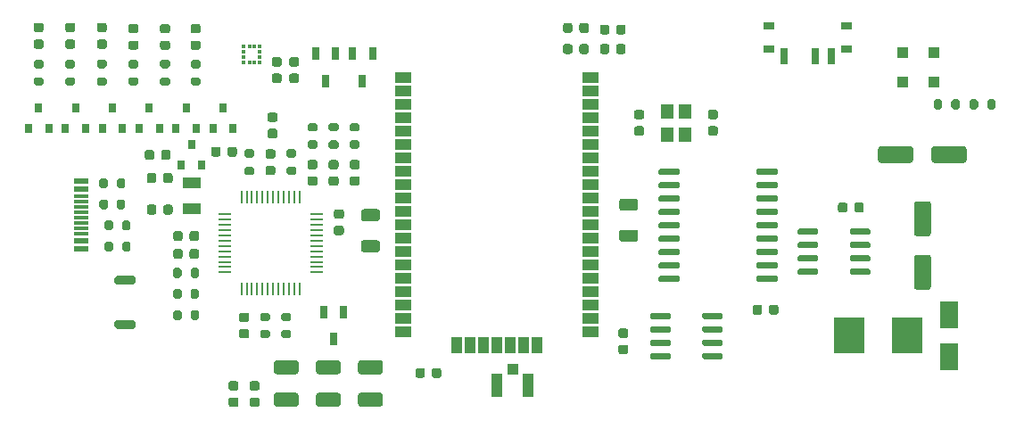
<source format=gbr>
%TF.GenerationSoftware,KiCad,Pcbnew,(5.1.10-1-10_14)*%
%TF.CreationDate,2021-07-19T22:49:48+10:00*%
%TF.ProjectId,samd21_gps_tracker,73616d64-3231-45f6-9770-735f74726163,rev?*%
%TF.SameCoordinates,Original*%
%TF.FileFunction,Paste,Bot*%
%TF.FilePolarity,Positive*%
%FSLAX46Y46*%
G04 Gerber Fmt 4.6, Leading zero omitted, Abs format (unit mm)*
G04 Created by KiCad (PCBNEW (5.1.10-1-10_14)) date 2021-07-19 22:49:48*
%MOMM*%
%LPD*%
G01*
G04 APERTURE LIST*
%ADD10R,1.450000X0.600000*%
%ADD11R,1.450000X0.300000*%
%ADD12R,1.524000X1.016000*%
%ADD13R,1.016000X1.524000*%
%ADD14R,1.050000X1.100000*%
%ADD15R,1.100000X2.250000*%
%ADD16R,1.800000X2.500000*%
%ADD17R,1.100000X1.100000*%
%ADD18R,2.950000X3.500000*%
%ADD19R,0.800000X0.900000*%
%ADD20R,0.650000X1.220000*%
%ADD21R,0.700000X1.500000*%
%ADD22R,1.000000X0.800000*%
%ADD23R,0.250000X1.300000*%
%ADD24R,1.300000X0.250000*%
%ADD25R,0.375000X0.350000*%
%ADD26R,0.350000X0.375000*%
%ADD27R,1.800000X1.000000*%
%ADD28R,1.200000X1.400000*%
G04 APERTURE END LIST*
D10*
%TO.C,J5*%
X145545000Y-53250000D03*
X145545000Y-54050000D03*
X145545000Y-58950000D03*
X145545000Y-59750000D03*
X145545000Y-59750000D03*
X145545000Y-58950000D03*
X145545000Y-54050000D03*
X145545000Y-53250000D03*
D11*
X145545000Y-58250000D03*
X145545000Y-57750000D03*
X145545000Y-57250000D03*
X145545000Y-56250000D03*
X145545000Y-55750000D03*
X145545000Y-55250000D03*
X145545000Y-54750000D03*
X145545000Y-56750000D03*
%TD*%
D12*
%TO.C,U5*%
X176110000Y-43435000D03*
X176110000Y-44705000D03*
X176110000Y-45975000D03*
X176110000Y-47245000D03*
X176110000Y-48515000D03*
X176110000Y-49785000D03*
X176110000Y-51055000D03*
X176110000Y-52325000D03*
X176110000Y-53595000D03*
X176110000Y-54865000D03*
X176110000Y-56135000D03*
X176110000Y-57405000D03*
X176110000Y-58675000D03*
X176110000Y-59945000D03*
X176110000Y-61215000D03*
X176110000Y-62485000D03*
X176110000Y-63755000D03*
X176110000Y-65025000D03*
X176110000Y-66295000D03*
X176110000Y-67565000D03*
D13*
X181190000Y-68835000D03*
X182460000Y-68835000D03*
X183730000Y-68835000D03*
X185000000Y-68835000D03*
X186270000Y-68835000D03*
X187540000Y-68835000D03*
X188810000Y-68835000D03*
D12*
X193890000Y-67565000D03*
X193890000Y-66295000D03*
X193890000Y-65025000D03*
X193890000Y-63755000D03*
X193890000Y-62485000D03*
X193890000Y-61215000D03*
X193890000Y-59945000D03*
X193890000Y-58675000D03*
X193890000Y-57405000D03*
X193890000Y-56135000D03*
X193890000Y-54865000D03*
X193890000Y-53595000D03*
X193890000Y-52325000D03*
X193890000Y-51055000D03*
X193890000Y-49785000D03*
X193890000Y-48515000D03*
X193890000Y-47245000D03*
X193890000Y-45975000D03*
X193890000Y-44705000D03*
X193890000Y-43435000D03*
%TD*%
D14*
%TO.C,J3*%
X186500000Y-71150000D03*
D15*
X187975000Y-72700000D03*
X185025000Y-72700000D03*
%TD*%
%TO.C,C1*%
G36*
G01*
X151775000Y-56250000D02*
X151775000Y-55750000D01*
G75*
G02*
X152000000Y-55525000I225000J0D01*
G01*
X152450000Y-55525000D01*
G75*
G02*
X152675000Y-55750000I0J-225000D01*
G01*
X152675000Y-56250000D01*
G75*
G02*
X152450000Y-56475000I-225000J0D01*
G01*
X152000000Y-56475000D01*
G75*
G02*
X151775000Y-56250000I0J225000D01*
G01*
G37*
G36*
G01*
X153325000Y-56250000D02*
X153325000Y-55750000D01*
G75*
G02*
X153550000Y-55525000I225000J0D01*
G01*
X154000000Y-55525000D01*
G75*
G02*
X154225000Y-55750000I0J-225000D01*
G01*
X154225000Y-56250000D01*
G75*
G02*
X154000000Y-56475000I-225000J0D01*
G01*
X153550000Y-56475000D01*
G75*
G02*
X153325000Y-56250000I0J225000D01*
G01*
G37*
%TD*%
%TO.C,C2*%
G36*
G01*
X152675000Y-52750000D02*
X152675000Y-53250000D01*
G75*
G02*
X152450000Y-53475000I-225000J0D01*
G01*
X152000000Y-53475000D01*
G75*
G02*
X151775000Y-53250000I0J225000D01*
G01*
X151775000Y-52750000D01*
G75*
G02*
X152000000Y-52525000I225000J0D01*
G01*
X152450000Y-52525000D01*
G75*
G02*
X152675000Y-52750000I0J-225000D01*
G01*
G37*
G36*
G01*
X154225000Y-52750000D02*
X154225000Y-53250000D01*
G75*
G02*
X154000000Y-53475000I-225000J0D01*
G01*
X153550000Y-53475000D01*
G75*
G02*
X153325000Y-53250000I0J225000D01*
G01*
X153325000Y-52750000D01*
G75*
G02*
X153550000Y-52525000I225000J0D01*
G01*
X154000000Y-52525000D01*
G75*
G02*
X154225000Y-52750000I0J-225000D01*
G01*
G37*
%TD*%
%TO.C,C3*%
G36*
G01*
X155175000Y-58250000D02*
X155175000Y-58750000D01*
G75*
G02*
X154950000Y-58975000I-225000J0D01*
G01*
X154500000Y-58975000D01*
G75*
G02*
X154275000Y-58750000I0J225000D01*
G01*
X154275000Y-58250000D01*
G75*
G02*
X154500000Y-58025000I225000J0D01*
G01*
X154950000Y-58025000D01*
G75*
G02*
X155175000Y-58250000I0J-225000D01*
G01*
G37*
G36*
G01*
X156725000Y-58250000D02*
X156725000Y-58750000D01*
G75*
G02*
X156500000Y-58975000I-225000J0D01*
G01*
X156050000Y-58975000D01*
G75*
G02*
X155825000Y-58750000I0J225000D01*
G01*
X155825000Y-58250000D01*
G75*
G02*
X156050000Y-58025000I225000J0D01*
G01*
X156500000Y-58025000D01*
G75*
G02*
X156725000Y-58250000I0J-225000D01*
G01*
G37*
%TD*%
%TO.C,C4*%
G36*
G01*
X155175000Y-59950000D02*
X155175000Y-60450000D01*
G75*
G02*
X154950000Y-60675000I-225000J0D01*
G01*
X154500000Y-60675000D01*
G75*
G02*
X154275000Y-60450000I0J225000D01*
G01*
X154275000Y-59950000D01*
G75*
G02*
X154500000Y-59725000I225000J0D01*
G01*
X154950000Y-59725000D01*
G75*
G02*
X155175000Y-59950000I0J-225000D01*
G01*
G37*
G36*
G01*
X156725000Y-59950000D02*
X156725000Y-60450000D01*
G75*
G02*
X156500000Y-60675000I-225000J0D01*
G01*
X156050000Y-60675000D01*
G75*
G02*
X155825000Y-60450000I0J225000D01*
G01*
X155825000Y-59950000D01*
G75*
G02*
X156050000Y-59725000I225000J0D01*
G01*
X156500000Y-59725000D01*
G75*
G02*
X156725000Y-59950000I0J-225000D01*
G01*
G37*
%TD*%
%TO.C,C5*%
G36*
G01*
X218275000Y-55550000D02*
X218275000Y-56050000D01*
G75*
G02*
X218050000Y-56275000I-225000J0D01*
G01*
X217600000Y-56275000D01*
G75*
G02*
X217375000Y-56050000I0J225000D01*
G01*
X217375000Y-55550000D01*
G75*
G02*
X217600000Y-55325000I225000J0D01*
G01*
X218050000Y-55325000D01*
G75*
G02*
X218275000Y-55550000I0J-225000D01*
G01*
G37*
G36*
G01*
X219825000Y-55550000D02*
X219825000Y-56050000D01*
G75*
G02*
X219600000Y-56275000I-225000J0D01*
G01*
X219150000Y-56275000D01*
G75*
G02*
X218925000Y-56050000I0J225000D01*
G01*
X218925000Y-55550000D01*
G75*
G02*
X219150000Y-55325000I225000J0D01*
G01*
X219600000Y-55325000D01*
G75*
G02*
X219825000Y-55550000I0J-225000D01*
G01*
G37*
%TD*%
%TO.C,C6*%
G36*
G01*
X224505000Y-50220000D02*
X224505000Y-51320000D01*
G75*
G02*
X224255000Y-51570000I-250000J0D01*
G01*
X221430000Y-51570000D01*
G75*
G02*
X221180000Y-51320000I0J250000D01*
G01*
X221180000Y-50220000D01*
G75*
G02*
X221430000Y-49970000I250000J0D01*
G01*
X224255000Y-49970000D01*
G75*
G02*
X224505000Y-50220000I0J-250000D01*
G01*
G37*
G36*
G01*
X229580000Y-50220000D02*
X229580000Y-51320000D01*
G75*
G02*
X229330000Y-51570000I-250000J0D01*
G01*
X226505000Y-51570000D01*
G75*
G02*
X226255000Y-51320000I0J250000D01*
G01*
X226255000Y-50220000D01*
G75*
G02*
X226505000Y-49970000I250000J0D01*
G01*
X229330000Y-49970000D01*
G75*
G02*
X229580000Y-50220000I0J-250000D01*
G01*
G37*
%TD*%
%TO.C,C7*%
G36*
G01*
X225950000Y-63600000D02*
X224850000Y-63600000D01*
G75*
G02*
X224600000Y-63350000I0J250000D01*
G01*
X224600000Y-60525000D01*
G75*
G02*
X224850000Y-60275000I250000J0D01*
G01*
X225950000Y-60275000D01*
G75*
G02*
X226200000Y-60525000I0J-250000D01*
G01*
X226200000Y-63350000D01*
G75*
G02*
X225950000Y-63600000I-250000J0D01*
G01*
G37*
G36*
G01*
X225950000Y-58525000D02*
X224850000Y-58525000D01*
G75*
G02*
X224600000Y-58275000I0J250000D01*
G01*
X224600000Y-55450000D01*
G75*
G02*
X224850000Y-55200000I250000J0D01*
G01*
X225950000Y-55200000D01*
G75*
G02*
X226200000Y-55450000I0J-250000D01*
G01*
X226200000Y-58275000D01*
G75*
G02*
X225950000Y-58525000I-250000J0D01*
G01*
G37*
%TD*%
%TO.C,C8*%
G36*
G01*
X160750000Y-67325000D02*
X161250000Y-67325000D01*
G75*
G02*
X161475000Y-67550000I0J-225000D01*
G01*
X161475000Y-68000000D01*
G75*
G02*
X161250000Y-68225000I-225000J0D01*
G01*
X160750000Y-68225000D01*
G75*
G02*
X160525000Y-68000000I0J225000D01*
G01*
X160525000Y-67550000D01*
G75*
G02*
X160750000Y-67325000I225000J0D01*
G01*
G37*
G36*
G01*
X160750000Y-65775000D02*
X161250000Y-65775000D01*
G75*
G02*
X161475000Y-66000000I0J-225000D01*
G01*
X161475000Y-66450000D01*
G75*
G02*
X161250000Y-66675000I-225000J0D01*
G01*
X160750000Y-66675000D01*
G75*
G02*
X160525000Y-66450000I0J225000D01*
G01*
X160525000Y-66000000D01*
G75*
G02*
X160750000Y-65775000I225000J0D01*
G01*
G37*
%TD*%
%TO.C,C9*%
G36*
G01*
X163950000Y-49225000D02*
X163450000Y-49225000D01*
G75*
G02*
X163225000Y-49000000I0J225000D01*
G01*
X163225000Y-48550000D01*
G75*
G02*
X163450000Y-48325000I225000J0D01*
G01*
X163950000Y-48325000D01*
G75*
G02*
X164175000Y-48550000I0J-225000D01*
G01*
X164175000Y-49000000D01*
G75*
G02*
X163950000Y-49225000I-225000J0D01*
G01*
G37*
G36*
G01*
X163950000Y-47675000D02*
X163450000Y-47675000D01*
G75*
G02*
X163225000Y-47450000I0J225000D01*
G01*
X163225000Y-47000000D01*
G75*
G02*
X163450000Y-46775000I225000J0D01*
G01*
X163950000Y-46775000D01*
G75*
G02*
X164175000Y-47000000I0J-225000D01*
G01*
X164175000Y-47450000D01*
G75*
G02*
X163950000Y-47675000I-225000J0D01*
G01*
G37*
%TD*%
%TO.C,C10*%
G36*
G01*
X211725000Y-65250000D02*
X211725000Y-65750000D01*
G75*
G02*
X211500000Y-65975000I-225000J0D01*
G01*
X211050000Y-65975000D01*
G75*
G02*
X210825000Y-65750000I0J225000D01*
G01*
X210825000Y-65250000D01*
G75*
G02*
X211050000Y-65025000I225000J0D01*
G01*
X211500000Y-65025000D01*
G75*
G02*
X211725000Y-65250000I0J-225000D01*
G01*
G37*
G36*
G01*
X210175000Y-65250000D02*
X210175000Y-65750000D01*
G75*
G02*
X209950000Y-65975000I-225000J0D01*
G01*
X209500000Y-65975000D01*
G75*
G02*
X209275000Y-65750000I0J225000D01*
G01*
X209275000Y-65250000D01*
G75*
G02*
X209500000Y-65025000I225000J0D01*
G01*
X209950000Y-65025000D01*
G75*
G02*
X210175000Y-65250000I0J-225000D01*
G01*
G37*
%TD*%
%TO.C,C11*%
G36*
G01*
X205250000Y-46525000D02*
X205750000Y-46525000D01*
G75*
G02*
X205975000Y-46750000I0J-225000D01*
G01*
X205975000Y-47200000D01*
G75*
G02*
X205750000Y-47425000I-225000J0D01*
G01*
X205250000Y-47425000D01*
G75*
G02*
X205025000Y-47200000I0J225000D01*
G01*
X205025000Y-46750000D01*
G75*
G02*
X205250000Y-46525000I225000J0D01*
G01*
G37*
G36*
G01*
X205250000Y-48075000D02*
X205750000Y-48075000D01*
G75*
G02*
X205975000Y-48300000I0J-225000D01*
G01*
X205975000Y-48750000D01*
G75*
G02*
X205750000Y-48975000I-225000J0D01*
G01*
X205250000Y-48975000D01*
G75*
G02*
X205025000Y-48750000I0J225000D01*
G01*
X205025000Y-48300000D01*
G75*
G02*
X205250000Y-48075000I225000J0D01*
G01*
G37*
%TD*%
%TO.C,C12*%
G36*
G01*
X198750000Y-48975000D02*
X198250000Y-48975000D01*
G75*
G02*
X198025000Y-48750000I0J225000D01*
G01*
X198025000Y-48300000D01*
G75*
G02*
X198250000Y-48075000I225000J0D01*
G01*
X198750000Y-48075000D01*
G75*
G02*
X198975000Y-48300000I0J-225000D01*
G01*
X198975000Y-48750000D01*
G75*
G02*
X198750000Y-48975000I-225000J0D01*
G01*
G37*
G36*
G01*
X198750000Y-47425000D02*
X198250000Y-47425000D01*
G75*
G02*
X198025000Y-47200000I0J225000D01*
G01*
X198025000Y-46750000D01*
G75*
G02*
X198250000Y-46525000I225000J0D01*
G01*
X198750000Y-46525000D01*
G75*
G02*
X198975000Y-46750000I0J-225000D01*
G01*
X198975000Y-47200000D01*
G75*
G02*
X198750000Y-47425000I-225000J0D01*
G01*
G37*
%TD*%
%TO.C,C13*%
G36*
G01*
X173650001Y-57100000D02*
X172349999Y-57100000D01*
G75*
G02*
X172100000Y-56850001I0J249999D01*
G01*
X172100000Y-56199999D01*
G75*
G02*
X172349999Y-55950000I249999J0D01*
G01*
X173650001Y-55950000D01*
G75*
G02*
X173900000Y-56199999I0J-249999D01*
G01*
X173900000Y-56850001D01*
G75*
G02*
X173650001Y-57100000I-249999J0D01*
G01*
G37*
G36*
G01*
X173650001Y-60050000D02*
X172349999Y-60050000D01*
G75*
G02*
X172100000Y-59800001I0J249999D01*
G01*
X172100000Y-59149999D01*
G75*
G02*
X172349999Y-58900000I249999J0D01*
G01*
X173650001Y-58900000D01*
G75*
G02*
X173900000Y-59149999I0J-249999D01*
G01*
X173900000Y-59800001D01*
G75*
G02*
X173650001Y-60050000I-249999J0D01*
G01*
G37*
%TD*%
%TO.C,C14*%
G36*
G01*
X196325000Y-39150000D02*
X196325000Y-38650000D01*
G75*
G02*
X196550000Y-38425000I225000J0D01*
G01*
X197000000Y-38425000D01*
G75*
G02*
X197225000Y-38650000I0J-225000D01*
G01*
X197225000Y-39150000D01*
G75*
G02*
X197000000Y-39375000I-225000J0D01*
G01*
X196550000Y-39375000D01*
G75*
G02*
X196325000Y-39150000I0J225000D01*
G01*
G37*
G36*
G01*
X194775000Y-39150000D02*
X194775000Y-38650000D01*
G75*
G02*
X195000000Y-38425000I225000J0D01*
G01*
X195450000Y-38425000D01*
G75*
G02*
X195675000Y-38650000I0J-225000D01*
G01*
X195675000Y-39150000D01*
G75*
G02*
X195450000Y-39375000I-225000J0D01*
G01*
X195000000Y-39375000D01*
G75*
G02*
X194775000Y-39150000I0J225000D01*
G01*
G37*
%TD*%
%TO.C,C15*%
G36*
G01*
X193725000Y-38500000D02*
X193725000Y-39000000D01*
G75*
G02*
X193500000Y-39225000I-225000J0D01*
G01*
X193050000Y-39225000D01*
G75*
G02*
X192825000Y-39000000I0J225000D01*
G01*
X192825000Y-38500000D01*
G75*
G02*
X193050000Y-38275000I225000J0D01*
G01*
X193500000Y-38275000D01*
G75*
G02*
X193725000Y-38500000I0J-225000D01*
G01*
G37*
G36*
G01*
X192175000Y-38500000D02*
X192175000Y-39000000D01*
G75*
G02*
X191950000Y-39225000I-225000J0D01*
G01*
X191500000Y-39225000D01*
G75*
G02*
X191275000Y-39000000I0J225000D01*
G01*
X191275000Y-38500000D01*
G75*
G02*
X191500000Y-38275000I225000J0D01*
G01*
X191950000Y-38275000D01*
G75*
G02*
X192175000Y-38500000I0J-225000D01*
G01*
G37*
%TD*%
%TO.C,C16*%
G36*
G01*
X196750000Y-68825000D02*
X197250000Y-68825000D01*
G75*
G02*
X197475000Y-69050000I0J-225000D01*
G01*
X197475000Y-69500000D01*
G75*
G02*
X197250000Y-69725000I-225000J0D01*
G01*
X196750000Y-69725000D01*
G75*
G02*
X196525000Y-69500000I0J225000D01*
G01*
X196525000Y-69050000D01*
G75*
G02*
X196750000Y-68825000I225000J0D01*
G01*
G37*
G36*
G01*
X196750000Y-67275000D02*
X197250000Y-67275000D01*
G75*
G02*
X197475000Y-67500000I0J-225000D01*
G01*
X197475000Y-67950000D01*
G75*
G02*
X197250000Y-68175000I-225000J0D01*
G01*
X196750000Y-68175000D01*
G75*
G02*
X196525000Y-67950000I0J225000D01*
G01*
X196525000Y-67500000D01*
G75*
G02*
X196750000Y-67275000I225000J0D01*
G01*
G37*
%TD*%
%TO.C,C17*%
G36*
G01*
X198150001Y-59050000D02*
X196849999Y-59050000D01*
G75*
G02*
X196600000Y-58800001I0J249999D01*
G01*
X196600000Y-58149999D01*
G75*
G02*
X196849999Y-57900000I249999J0D01*
G01*
X198150001Y-57900000D01*
G75*
G02*
X198400000Y-58149999I0J-249999D01*
G01*
X198400000Y-58800001D01*
G75*
G02*
X198150001Y-59050000I-249999J0D01*
G01*
G37*
G36*
G01*
X198150001Y-56100000D02*
X196849999Y-56100000D01*
G75*
G02*
X196600000Y-55850001I0J249999D01*
G01*
X196600000Y-55199999D01*
G75*
G02*
X196849999Y-54950000I249999J0D01*
G01*
X198150001Y-54950000D01*
G75*
G02*
X198400000Y-55199999I0J-249999D01*
G01*
X198400000Y-55850001D01*
G75*
G02*
X198150001Y-56100000I-249999J0D01*
G01*
G37*
%TD*%
%TO.C,C18*%
G36*
G01*
X196325000Y-41000000D02*
X196325000Y-40500000D01*
G75*
G02*
X196550000Y-40275000I225000J0D01*
G01*
X197000000Y-40275000D01*
G75*
G02*
X197225000Y-40500000I0J-225000D01*
G01*
X197225000Y-41000000D01*
G75*
G02*
X197000000Y-41225000I-225000J0D01*
G01*
X196550000Y-41225000D01*
G75*
G02*
X196325000Y-41000000I0J225000D01*
G01*
G37*
G36*
G01*
X194775000Y-41000000D02*
X194775000Y-40500000D01*
G75*
G02*
X195000000Y-40275000I225000J0D01*
G01*
X195450000Y-40275000D01*
G75*
G02*
X195675000Y-40500000I0J-225000D01*
G01*
X195675000Y-41000000D01*
G75*
G02*
X195450000Y-41225000I-225000J0D01*
G01*
X195000000Y-41225000D01*
G75*
G02*
X194775000Y-41000000I0J225000D01*
G01*
G37*
%TD*%
%TO.C,C19*%
G36*
G01*
X192175000Y-40500000D02*
X192175000Y-41000000D01*
G75*
G02*
X191950000Y-41225000I-225000J0D01*
G01*
X191500000Y-41225000D01*
G75*
G02*
X191275000Y-41000000I0J225000D01*
G01*
X191275000Y-40500000D01*
G75*
G02*
X191500000Y-40275000I225000J0D01*
G01*
X191950000Y-40275000D01*
G75*
G02*
X192175000Y-40500000I0J-225000D01*
G01*
G37*
G36*
G01*
X193725000Y-40500000D02*
X193725000Y-41000000D01*
G75*
G02*
X193500000Y-41225000I-225000J0D01*
G01*
X193050000Y-41225000D01*
G75*
G02*
X192825000Y-41000000I0J225000D01*
G01*
X192825000Y-40500000D01*
G75*
G02*
X193050000Y-40275000I225000J0D01*
G01*
X193500000Y-40275000D01*
G75*
G02*
X193725000Y-40500000I0J-225000D01*
G01*
G37*
%TD*%
%TO.C,C20*%
G36*
G01*
X165500000Y-41525000D02*
X166000000Y-41525000D01*
G75*
G02*
X166225000Y-41750000I0J-225000D01*
G01*
X166225000Y-42200000D01*
G75*
G02*
X166000000Y-42425000I-225000J0D01*
G01*
X165500000Y-42425000D01*
G75*
G02*
X165275000Y-42200000I0J225000D01*
G01*
X165275000Y-41750000D01*
G75*
G02*
X165500000Y-41525000I225000J0D01*
G01*
G37*
G36*
G01*
X165500000Y-43075000D02*
X166000000Y-43075000D01*
G75*
G02*
X166225000Y-43300000I0J-225000D01*
G01*
X166225000Y-43750000D01*
G75*
G02*
X166000000Y-43975000I-225000J0D01*
G01*
X165500000Y-43975000D01*
G75*
G02*
X165275000Y-43750000I0J225000D01*
G01*
X165275000Y-43300000D01*
G75*
G02*
X165500000Y-43075000I225000J0D01*
G01*
G37*
%TD*%
%TO.C,C21*%
G36*
G01*
X163850000Y-43075000D02*
X164350000Y-43075000D01*
G75*
G02*
X164575000Y-43300000I0J-225000D01*
G01*
X164575000Y-43750000D01*
G75*
G02*
X164350000Y-43975000I-225000J0D01*
G01*
X163850000Y-43975000D01*
G75*
G02*
X163625000Y-43750000I0J225000D01*
G01*
X163625000Y-43300000D01*
G75*
G02*
X163850000Y-43075000I225000J0D01*
G01*
G37*
G36*
G01*
X163850000Y-41525000D02*
X164350000Y-41525000D01*
G75*
G02*
X164575000Y-41750000I0J-225000D01*
G01*
X164575000Y-42200000D01*
G75*
G02*
X164350000Y-42425000I-225000J0D01*
G01*
X163850000Y-42425000D01*
G75*
G02*
X163625000Y-42200000I0J225000D01*
G01*
X163625000Y-41750000D01*
G75*
G02*
X163850000Y-41525000I225000J0D01*
G01*
G37*
%TD*%
%TO.C,C22*%
G36*
G01*
X171250000Y-51275000D02*
X171750000Y-51275000D01*
G75*
G02*
X171975000Y-51500000I0J-225000D01*
G01*
X171975000Y-51950000D01*
G75*
G02*
X171750000Y-52175000I-225000J0D01*
G01*
X171250000Y-52175000D01*
G75*
G02*
X171025000Y-51950000I0J225000D01*
G01*
X171025000Y-51500000D01*
G75*
G02*
X171250000Y-51275000I225000J0D01*
G01*
G37*
G36*
G01*
X171250000Y-52825000D02*
X171750000Y-52825000D01*
G75*
G02*
X171975000Y-53050000I0J-225000D01*
G01*
X171975000Y-53500000D01*
G75*
G02*
X171750000Y-53725000I-225000J0D01*
G01*
X171250000Y-53725000D01*
G75*
G02*
X171025000Y-53500000I0J225000D01*
G01*
X171025000Y-53050000D01*
G75*
G02*
X171250000Y-52825000I225000J0D01*
G01*
G37*
%TD*%
%TO.C,C23*%
G36*
G01*
X169250000Y-51275000D02*
X169750000Y-51275000D01*
G75*
G02*
X169975000Y-51500000I0J-225000D01*
G01*
X169975000Y-51950000D01*
G75*
G02*
X169750000Y-52175000I-225000J0D01*
G01*
X169250000Y-52175000D01*
G75*
G02*
X169025000Y-51950000I0J225000D01*
G01*
X169025000Y-51500000D01*
G75*
G02*
X169250000Y-51275000I225000J0D01*
G01*
G37*
G36*
G01*
X169250000Y-52825000D02*
X169750000Y-52825000D01*
G75*
G02*
X169975000Y-53050000I0J-225000D01*
G01*
X169975000Y-53500000D01*
G75*
G02*
X169750000Y-53725000I-225000J0D01*
G01*
X169250000Y-53725000D01*
G75*
G02*
X169025000Y-53500000I0J225000D01*
G01*
X169025000Y-53050000D01*
G75*
G02*
X169250000Y-52825000I225000J0D01*
G01*
G37*
%TD*%
%TO.C,C24*%
G36*
G01*
X167250000Y-51275000D02*
X167750000Y-51275000D01*
G75*
G02*
X167975000Y-51500000I0J-225000D01*
G01*
X167975000Y-51950000D01*
G75*
G02*
X167750000Y-52175000I-225000J0D01*
G01*
X167250000Y-52175000D01*
G75*
G02*
X167025000Y-51950000I0J225000D01*
G01*
X167025000Y-51500000D01*
G75*
G02*
X167250000Y-51275000I225000J0D01*
G01*
G37*
G36*
G01*
X167250000Y-52825000D02*
X167750000Y-52825000D01*
G75*
G02*
X167975000Y-53050000I0J-225000D01*
G01*
X167975000Y-53500000D01*
G75*
G02*
X167750000Y-53725000I-225000J0D01*
G01*
X167250000Y-53725000D01*
G75*
G02*
X167025000Y-53500000I0J225000D01*
G01*
X167025000Y-53050000D01*
G75*
G02*
X167250000Y-52825000I225000J0D01*
G01*
G37*
%TD*%
%TO.C,C25*%
G36*
G01*
X177275000Y-71750000D02*
X177275000Y-71250000D01*
G75*
G02*
X177500000Y-71025000I225000J0D01*
G01*
X177950000Y-71025000D01*
G75*
G02*
X178175000Y-71250000I0J-225000D01*
G01*
X178175000Y-71750000D01*
G75*
G02*
X177950000Y-71975000I-225000J0D01*
G01*
X177500000Y-71975000D01*
G75*
G02*
X177275000Y-71750000I0J225000D01*
G01*
G37*
G36*
G01*
X178825000Y-71750000D02*
X178825000Y-71250000D01*
G75*
G02*
X179050000Y-71025000I225000J0D01*
G01*
X179500000Y-71025000D01*
G75*
G02*
X179725000Y-71250000I0J-225000D01*
G01*
X179725000Y-71750000D01*
G75*
G02*
X179500000Y-71975000I-225000J0D01*
G01*
X179050000Y-71975000D01*
G75*
G02*
X178825000Y-71750000I0J225000D01*
G01*
G37*
%TD*%
%TO.C,C26*%
G36*
G01*
X159750000Y-72275000D02*
X160250000Y-72275000D01*
G75*
G02*
X160475000Y-72500000I0J-225000D01*
G01*
X160475000Y-72950000D01*
G75*
G02*
X160250000Y-73175000I-225000J0D01*
G01*
X159750000Y-73175000D01*
G75*
G02*
X159525000Y-72950000I0J225000D01*
G01*
X159525000Y-72500000D01*
G75*
G02*
X159750000Y-72275000I225000J0D01*
G01*
G37*
G36*
G01*
X159750000Y-73825000D02*
X160250000Y-73825000D01*
G75*
G02*
X160475000Y-74050000I0J-225000D01*
G01*
X160475000Y-74500000D01*
G75*
G02*
X160250000Y-74725000I-225000J0D01*
G01*
X159750000Y-74725000D01*
G75*
G02*
X159525000Y-74500000I0J225000D01*
G01*
X159525000Y-74050000D01*
G75*
G02*
X159750000Y-73825000I225000J0D01*
G01*
G37*
%TD*%
%TO.C,C27*%
G36*
G01*
X161750000Y-73825000D02*
X162250000Y-73825000D01*
G75*
G02*
X162475000Y-74050000I0J-225000D01*
G01*
X162475000Y-74500000D01*
G75*
G02*
X162250000Y-74725000I-225000J0D01*
G01*
X161750000Y-74725000D01*
G75*
G02*
X161525000Y-74500000I0J225000D01*
G01*
X161525000Y-74050000D01*
G75*
G02*
X161750000Y-73825000I225000J0D01*
G01*
G37*
G36*
G01*
X161750000Y-72275000D02*
X162250000Y-72275000D01*
G75*
G02*
X162475000Y-72500000I0J-225000D01*
G01*
X162475000Y-72950000D01*
G75*
G02*
X162250000Y-73175000I-225000J0D01*
G01*
X161750000Y-73175000D01*
G75*
G02*
X161525000Y-72950000I0J225000D01*
G01*
X161525000Y-72500000D01*
G75*
G02*
X161750000Y-72275000I225000J0D01*
G01*
G37*
%TD*%
%TO.C,C28*%
G36*
G01*
X164074998Y-70300000D02*
X165925002Y-70300000D01*
G75*
G02*
X166175000Y-70549998I0J-249998D01*
G01*
X166175000Y-71375002D01*
G75*
G02*
X165925002Y-71625000I-249998J0D01*
G01*
X164074998Y-71625000D01*
G75*
G02*
X163825000Y-71375002I0J249998D01*
G01*
X163825000Y-70549998D01*
G75*
G02*
X164074998Y-70300000I249998J0D01*
G01*
G37*
G36*
G01*
X164074998Y-73375000D02*
X165925002Y-73375000D01*
G75*
G02*
X166175000Y-73624998I0J-249998D01*
G01*
X166175000Y-74450002D01*
G75*
G02*
X165925002Y-74700000I-249998J0D01*
G01*
X164074998Y-74700000D01*
G75*
G02*
X163825000Y-74450002I0J249998D01*
G01*
X163825000Y-73624998D01*
G75*
G02*
X164074998Y-73375000I249998J0D01*
G01*
G37*
%TD*%
%TO.C,C29*%
G36*
G01*
X168074998Y-73375000D02*
X169925002Y-73375000D01*
G75*
G02*
X170175000Y-73624998I0J-249998D01*
G01*
X170175000Y-74450002D01*
G75*
G02*
X169925002Y-74700000I-249998J0D01*
G01*
X168074998Y-74700000D01*
G75*
G02*
X167825000Y-74450002I0J249998D01*
G01*
X167825000Y-73624998D01*
G75*
G02*
X168074998Y-73375000I249998J0D01*
G01*
G37*
G36*
G01*
X168074998Y-70300000D02*
X169925002Y-70300000D01*
G75*
G02*
X170175000Y-70549998I0J-249998D01*
G01*
X170175000Y-71375002D01*
G75*
G02*
X169925002Y-71625000I-249998J0D01*
G01*
X168074998Y-71625000D01*
G75*
G02*
X167825000Y-71375002I0J249998D01*
G01*
X167825000Y-70549998D01*
G75*
G02*
X168074998Y-70300000I249998J0D01*
G01*
G37*
%TD*%
%TO.C,C30*%
G36*
G01*
X172074998Y-70300000D02*
X173925002Y-70300000D01*
G75*
G02*
X174175000Y-70549998I0J-249998D01*
G01*
X174175000Y-71375002D01*
G75*
G02*
X173925002Y-71625000I-249998J0D01*
G01*
X172074998Y-71625000D01*
G75*
G02*
X171825000Y-71375002I0J249998D01*
G01*
X171825000Y-70549998D01*
G75*
G02*
X172074998Y-70300000I249998J0D01*
G01*
G37*
G36*
G01*
X172074998Y-73375000D02*
X173925002Y-73375000D01*
G75*
G02*
X174175000Y-73624998I0J-249998D01*
G01*
X174175000Y-74450002D01*
G75*
G02*
X173925002Y-74700000I-249998J0D01*
G01*
X172074998Y-74700000D01*
G75*
G02*
X171825000Y-74450002I0J249998D01*
G01*
X171825000Y-73624998D01*
G75*
G02*
X172074998Y-73375000I249998J0D01*
G01*
G37*
%TD*%
%TO.C,D1*%
G36*
G01*
X141756250Y-40725000D02*
X141243750Y-40725000D01*
G75*
G02*
X141025000Y-40506250I0J218750D01*
G01*
X141025000Y-40068750D01*
G75*
G02*
X141243750Y-39850000I218750J0D01*
G01*
X141756250Y-39850000D01*
G75*
G02*
X141975000Y-40068750I0J-218750D01*
G01*
X141975000Y-40506250D01*
G75*
G02*
X141756250Y-40725000I-218750J0D01*
G01*
G37*
G36*
G01*
X141756250Y-39150000D02*
X141243750Y-39150000D01*
G75*
G02*
X141025000Y-38931250I0J218750D01*
G01*
X141025000Y-38493750D01*
G75*
G02*
X141243750Y-38275000I218750J0D01*
G01*
X141756250Y-38275000D01*
G75*
G02*
X141975000Y-38493750I0J-218750D01*
G01*
X141975000Y-38931250D01*
G75*
G02*
X141756250Y-39150000I-218750J0D01*
G01*
G37*
%TD*%
%TO.C,D2*%
G36*
G01*
X144756250Y-40725000D02*
X144243750Y-40725000D01*
G75*
G02*
X144025000Y-40506250I0J218750D01*
G01*
X144025000Y-40068750D01*
G75*
G02*
X144243750Y-39850000I218750J0D01*
G01*
X144756250Y-39850000D01*
G75*
G02*
X144975000Y-40068750I0J-218750D01*
G01*
X144975000Y-40506250D01*
G75*
G02*
X144756250Y-40725000I-218750J0D01*
G01*
G37*
G36*
G01*
X144756250Y-39150000D02*
X144243750Y-39150000D01*
G75*
G02*
X144025000Y-38931250I0J218750D01*
G01*
X144025000Y-38493750D01*
G75*
G02*
X144243750Y-38275000I218750J0D01*
G01*
X144756250Y-38275000D01*
G75*
G02*
X144975000Y-38493750I0J-218750D01*
G01*
X144975000Y-38931250D01*
G75*
G02*
X144756250Y-39150000I-218750J0D01*
G01*
G37*
%TD*%
D16*
%TO.C,D3*%
X227900000Y-70000000D03*
X227900000Y-66000000D03*
%TD*%
%TO.C,D4*%
G36*
G01*
X147756250Y-39150000D02*
X147243750Y-39150000D01*
G75*
G02*
X147025000Y-38931250I0J218750D01*
G01*
X147025000Y-38493750D01*
G75*
G02*
X147243750Y-38275000I218750J0D01*
G01*
X147756250Y-38275000D01*
G75*
G02*
X147975000Y-38493750I0J-218750D01*
G01*
X147975000Y-38931250D01*
G75*
G02*
X147756250Y-39150000I-218750J0D01*
G01*
G37*
G36*
G01*
X147756250Y-40725000D02*
X147243750Y-40725000D01*
G75*
G02*
X147025000Y-40506250I0J218750D01*
G01*
X147025000Y-40068750D01*
G75*
G02*
X147243750Y-39850000I218750J0D01*
G01*
X147756250Y-39850000D01*
G75*
G02*
X147975000Y-40068750I0J-218750D01*
G01*
X147975000Y-40506250D01*
G75*
G02*
X147756250Y-40725000I-218750J0D01*
G01*
G37*
%TD*%
%TO.C,D5*%
G36*
G01*
X150756250Y-40825000D02*
X150243750Y-40825000D01*
G75*
G02*
X150025000Y-40606250I0J218750D01*
G01*
X150025000Y-40168750D01*
G75*
G02*
X150243750Y-39950000I218750J0D01*
G01*
X150756250Y-39950000D01*
G75*
G02*
X150975000Y-40168750I0J-218750D01*
G01*
X150975000Y-40606250D01*
G75*
G02*
X150756250Y-40825000I-218750J0D01*
G01*
G37*
G36*
G01*
X150756250Y-39250000D02*
X150243750Y-39250000D01*
G75*
G02*
X150025000Y-39031250I0J218750D01*
G01*
X150025000Y-38593750D01*
G75*
G02*
X150243750Y-38375000I218750J0D01*
G01*
X150756250Y-38375000D01*
G75*
G02*
X150975000Y-38593750I0J-218750D01*
G01*
X150975000Y-39031250D01*
G75*
G02*
X150756250Y-39250000I-218750J0D01*
G01*
G37*
%TD*%
%TO.C,D6*%
G36*
G01*
X153756250Y-39250000D02*
X153243750Y-39250000D01*
G75*
G02*
X153025000Y-39031250I0J218750D01*
G01*
X153025000Y-38593750D01*
G75*
G02*
X153243750Y-38375000I218750J0D01*
G01*
X153756250Y-38375000D01*
G75*
G02*
X153975000Y-38593750I0J-218750D01*
G01*
X153975000Y-39031250D01*
G75*
G02*
X153756250Y-39250000I-218750J0D01*
G01*
G37*
G36*
G01*
X153756250Y-40825000D02*
X153243750Y-40825000D01*
G75*
G02*
X153025000Y-40606250I0J218750D01*
G01*
X153025000Y-40168750D01*
G75*
G02*
X153243750Y-39950000I218750J0D01*
G01*
X153756250Y-39950000D01*
G75*
G02*
X153975000Y-40168750I0J-218750D01*
G01*
X153975000Y-40606250D01*
G75*
G02*
X153756250Y-40825000I-218750J0D01*
G01*
G37*
%TD*%
D17*
%TO.C,D7*%
X226500000Y-41100000D03*
X226500000Y-43900000D03*
%TD*%
%TO.C,D8*%
X223500000Y-43900000D03*
X223500000Y-41100000D03*
%TD*%
%TO.C,FB1*%
G36*
G01*
X163756250Y-52725000D02*
X163243750Y-52725000D01*
G75*
G02*
X163025000Y-52506250I0J218750D01*
G01*
X163025000Y-52068750D01*
G75*
G02*
X163243750Y-51850000I218750J0D01*
G01*
X163756250Y-51850000D01*
G75*
G02*
X163975000Y-52068750I0J-218750D01*
G01*
X163975000Y-52506250D01*
G75*
G02*
X163756250Y-52725000I-218750J0D01*
G01*
G37*
G36*
G01*
X163756250Y-51150000D02*
X163243750Y-51150000D01*
G75*
G02*
X163025000Y-50931250I0J218750D01*
G01*
X163025000Y-50493750D01*
G75*
G02*
X163243750Y-50275000I218750J0D01*
G01*
X163756250Y-50275000D01*
G75*
G02*
X163975000Y-50493750I0J-218750D01*
G01*
X163975000Y-50931250D01*
G75*
G02*
X163756250Y-51150000I-218750J0D01*
G01*
G37*
%TD*%
D18*
%TO.C,L1*%
X218475000Y-67900000D03*
X223925000Y-67900000D03*
%TD*%
D19*
%TO.C,Q1*%
X142450000Y-48300000D03*
X140550000Y-48300000D03*
X141500000Y-46300000D03*
%TD*%
%TO.C,Q2*%
X145950000Y-48300000D03*
X144050000Y-48300000D03*
X145000000Y-46300000D03*
%TD*%
%TO.C,Q3*%
X148500000Y-46300000D03*
X147550000Y-48300000D03*
X149450000Y-48300000D03*
%TD*%
%TO.C,Q4*%
X152950000Y-48300000D03*
X151050000Y-48300000D03*
X152000000Y-46300000D03*
%TD*%
%TO.C,Q5*%
X155500000Y-46300000D03*
X154550000Y-48300000D03*
X156450000Y-48300000D03*
%TD*%
D20*
%TO.C,Q6*%
X172250000Y-43810000D03*
X173200000Y-41190000D03*
X171300000Y-41190000D03*
%TD*%
%TO.C,Q7*%
X167800000Y-41190000D03*
X169700000Y-41190000D03*
X168750000Y-43810000D03*
%TD*%
%TO.C,Q8*%
X168550000Y-65690000D03*
X170450000Y-65690000D03*
X169500000Y-68310000D03*
%TD*%
%TO.C,R1*%
G36*
G01*
X165275000Y-66575000D02*
X164725000Y-66575000D01*
G75*
G02*
X164525000Y-66375000I0J200000D01*
G01*
X164525000Y-65975000D01*
G75*
G02*
X164725000Y-65775000I200000J0D01*
G01*
X165275000Y-65775000D01*
G75*
G02*
X165475000Y-65975000I0J-200000D01*
G01*
X165475000Y-66375000D01*
G75*
G02*
X165275000Y-66575000I-200000J0D01*
G01*
G37*
G36*
G01*
X165275000Y-68225000D02*
X164725000Y-68225000D01*
G75*
G02*
X164525000Y-68025000I0J200000D01*
G01*
X164525000Y-67625000D01*
G75*
G02*
X164725000Y-67425000I200000J0D01*
G01*
X165275000Y-67425000D01*
G75*
G02*
X165475000Y-67625000I0J-200000D01*
G01*
X165475000Y-68025000D01*
G75*
G02*
X165275000Y-68225000I-200000J0D01*
G01*
G37*
%TD*%
%TO.C,R2*%
G36*
G01*
X163275000Y-68225000D02*
X162725000Y-68225000D01*
G75*
G02*
X162525000Y-68025000I0J200000D01*
G01*
X162525000Y-67625000D01*
G75*
G02*
X162725000Y-67425000I200000J0D01*
G01*
X163275000Y-67425000D01*
G75*
G02*
X163475000Y-67625000I0J-200000D01*
G01*
X163475000Y-68025000D01*
G75*
G02*
X163275000Y-68225000I-200000J0D01*
G01*
G37*
G36*
G01*
X163275000Y-66575000D02*
X162725000Y-66575000D01*
G75*
G02*
X162525000Y-66375000I0J200000D01*
G01*
X162525000Y-65975000D01*
G75*
G02*
X162725000Y-65775000I200000J0D01*
G01*
X163275000Y-65775000D01*
G75*
G02*
X163475000Y-65975000I0J-200000D01*
G01*
X163475000Y-66375000D01*
G75*
G02*
X163275000Y-66575000I-200000J0D01*
G01*
G37*
%TD*%
%TO.C,R3*%
G36*
G01*
X156725000Y-65725000D02*
X156725000Y-66275000D01*
G75*
G02*
X156525000Y-66475000I-200000J0D01*
G01*
X156125000Y-66475000D01*
G75*
G02*
X155925000Y-66275000I0J200000D01*
G01*
X155925000Y-65725000D01*
G75*
G02*
X156125000Y-65525000I200000J0D01*
G01*
X156525000Y-65525000D01*
G75*
G02*
X156725000Y-65725000I0J-200000D01*
G01*
G37*
G36*
G01*
X155075000Y-65725000D02*
X155075000Y-66275000D01*
G75*
G02*
X154875000Y-66475000I-200000J0D01*
G01*
X154475000Y-66475000D01*
G75*
G02*
X154275000Y-66275000I0J200000D01*
G01*
X154275000Y-65725000D01*
G75*
G02*
X154475000Y-65525000I200000J0D01*
G01*
X154875000Y-65525000D01*
G75*
G02*
X155075000Y-65725000I0J-200000D01*
G01*
G37*
%TD*%
%TO.C,R4*%
G36*
G01*
X141225000Y-43425000D02*
X141775000Y-43425000D01*
G75*
G02*
X141975000Y-43625000I0J-200000D01*
G01*
X141975000Y-44025000D01*
G75*
G02*
X141775000Y-44225000I-200000J0D01*
G01*
X141225000Y-44225000D01*
G75*
G02*
X141025000Y-44025000I0J200000D01*
G01*
X141025000Y-43625000D01*
G75*
G02*
X141225000Y-43425000I200000J0D01*
G01*
G37*
G36*
G01*
X141225000Y-41775000D02*
X141775000Y-41775000D01*
G75*
G02*
X141975000Y-41975000I0J-200000D01*
G01*
X141975000Y-42375000D01*
G75*
G02*
X141775000Y-42575000I-200000J0D01*
G01*
X141225000Y-42575000D01*
G75*
G02*
X141025000Y-42375000I0J200000D01*
G01*
X141025000Y-41975000D01*
G75*
G02*
X141225000Y-41775000I200000J0D01*
G01*
G37*
%TD*%
%TO.C,R5*%
G36*
G01*
X144225000Y-43425000D02*
X144775000Y-43425000D01*
G75*
G02*
X144975000Y-43625000I0J-200000D01*
G01*
X144975000Y-44025000D01*
G75*
G02*
X144775000Y-44225000I-200000J0D01*
G01*
X144225000Y-44225000D01*
G75*
G02*
X144025000Y-44025000I0J200000D01*
G01*
X144025000Y-43625000D01*
G75*
G02*
X144225000Y-43425000I200000J0D01*
G01*
G37*
G36*
G01*
X144225000Y-41775000D02*
X144775000Y-41775000D01*
G75*
G02*
X144975000Y-41975000I0J-200000D01*
G01*
X144975000Y-42375000D01*
G75*
G02*
X144775000Y-42575000I-200000J0D01*
G01*
X144225000Y-42575000D01*
G75*
G02*
X144025000Y-42375000I0J200000D01*
G01*
X144025000Y-41975000D01*
G75*
G02*
X144225000Y-41775000I200000J0D01*
G01*
G37*
%TD*%
%TO.C,R6*%
G36*
G01*
X154275000Y-64275000D02*
X154275000Y-63725000D01*
G75*
G02*
X154475000Y-63525000I200000J0D01*
G01*
X154875000Y-63525000D01*
G75*
G02*
X155075000Y-63725000I0J-200000D01*
G01*
X155075000Y-64275000D01*
G75*
G02*
X154875000Y-64475000I-200000J0D01*
G01*
X154475000Y-64475000D01*
G75*
G02*
X154275000Y-64275000I0J200000D01*
G01*
G37*
G36*
G01*
X155925000Y-64275000D02*
X155925000Y-63725000D01*
G75*
G02*
X156125000Y-63525000I200000J0D01*
G01*
X156525000Y-63525000D01*
G75*
G02*
X156725000Y-63725000I0J-200000D01*
G01*
X156725000Y-64275000D01*
G75*
G02*
X156525000Y-64475000I-200000J0D01*
G01*
X156125000Y-64475000D01*
G75*
G02*
X155925000Y-64275000I0J200000D01*
G01*
G37*
%TD*%
%TO.C,R7*%
G36*
G01*
X155925000Y-62275000D02*
X155925000Y-61725000D01*
G75*
G02*
X156125000Y-61525000I200000J0D01*
G01*
X156525000Y-61525000D01*
G75*
G02*
X156725000Y-61725000I0J-200000D01*
G01*
X156725000Y-62275000D01*
G75*
G02*
X156525000Y-62475000I-200000J0D01*
G01*
X156125000Y-62475000D01*
G75*
G02*
X155925000Y-62275000I0J200000D01*
G01*
G37*
G36*
G01*
X154275000Y-62275000D02*
X154275000Y-61725000D01*
G75*
G02*
X154475000Y-61525000I200000J0D01*
G01*
X154875000Y-61525000D01*
G75*
G02*
X155075000Y-61725000I0J-200000D01*
G01*
X155075000Y-62275000D01*
G75*
G02*
X154875000Y-62475000I-200000J0D01*
G01*
X154475000Y-62475000D01*
G75*
G02*
X154275000Y-62275000I0J200000D01*
G01*
G37*
%TD*%
%TO.C,R8*%
G36*
G01*
X147225000Y-41775000D02*
X147775000Y-41775000D01*
G75*
G02*
X147975000Y-41975000I0J-200000D01*
G01*
X147975000Y-42375000D01*
G75*
G02*
X147775000Y-42575000I-200000J0D01*
G01*
X147225000Y-42575000D01*
G75*
G02*
X147025000Y-42375000I0J200000D01*
G01*
X147025000Y-41975000D01*
G75*
G02*
X147225000Y-41775000I200000J0D01*
G01*
G37*
G36*
G01*
X147225000Y-43425000D02*
X147775000Y-43425000D01*
G75*
G02*
X147975000Y-43625000I0J-200000D01*
G01*
X147975000Y-44025000D01*
G75*
G02*
X147775000Y-44225000I-200000J0D01*
G01*
X147225000Y-44225000D01*
G75*
G02*
X147025000Y-44025000I0J200000D01*
G01*
X147025000Y-43625000D01*
G75*
G02*
X147225000Y-43425000I200000J0D01*
G01*
G37*
%TD*%
%TO.C,R9*%
G36*
G01*
X150225000Y-43425000D02*
X150775000Y-43425000D01*
G75*
G02*
X150975000Y-43625000I0J-200000D01*
G01*
X150975000Y-44025000D01*
G75*
G02*
X150775000Y-44225000I-200000J0D01*
G01*
X150225000Y-44225000D01*
G75*
G02*
X150025000Y-44025000I0J200000D01*
G01*
X150025000Y-43625000D01*
G75*
G02*
X150225000Y-43425000I200000J0D01*
G01*
G37*
G36*
G01*
X150225000Y-41775000D02*
X150775000Y-41775000D01*
G75*
G02*
X150975000Y-41975000I0J-200000D01*
G01*
X150975000Y-42375000D01*
G75*
G02*
X150775000Y-42575000I-200000J0D01*
G01*
X150225000Y-42575000D01*
G75*
G02*
X150025000Y-42375000I0J200000D01*
G01*
X150025000Y-41975000D01*
G75*
G02*
X150225000Y-41775000I200000J0D01*
G01*
G37*
%TD*%
%TO.C,R10*%
G36*
G01*
X153225000Y-41775000D02*
X153775000Y-41775000D01*
G75*
G02*
X153975000Y-41975000I0J-200000D01*
G01*
X153975000Y-42375000D01*
G75*
G02*
X153775000Y-42575000I-200000J0D01*
G01*
X153225000Y-42575000D01*
G75*
G02*
X153025000Y-42375000I0J200000D01*
G01*
X153025000Y-41975000D01*
G75*
G02*
X153225000Y-41775000I200000J0D01*
G01*
G37*
G36*
G01*
X153225000Y-43425000D02*
X153775000Y-43425000D01*
G75*
G02*
X153975000Y-43625000I0J-200000D01*
G01*
X153975000Y-44025000D01*
G75*
G02*
X153775000Y-44225000I-200000J0D01*
G01*
X153225000Y-44225000D01*
G75*
G02*
X153025000Y-44025000I0J200000D01*
G01*
X153025000Y-43625000D01*
G75*
G02*
X153225000Y-43425000I200000J0D01*
G01*
G37*
%TD*%
%TO.C,R11*%
G36*
G01*
X161225000Y-51925000D02*
X161775000Y-51925000D01*
G75*
G02*
X161975000Y-52125000I0J-200000D01*
G01*
X161975000Y-52525000D01*
G75*
G02*
X161775000Y-52725000I-200000J0D01*
G01*
X161225000Y-52725000D01*
G75*
G02*
X161025000Y-52525000I0J200000D01*
G01*
X161025000Y-52125000D01*
G75*
G02*
X161225000Y-51925000I200000J0D01*
G01*
G37*
G36*
G01*
X161225000Y-50275000D02*
X161775000Y-50275000D01*
G75*
G02*
X161975000Y-50475000I0J-200000D01*
G01*
X161975000Y-50875000D01*
G75*
G02*
X161775000Y-51075000I-200000J0D01*
G01*
X161225000Y-51075000D01*
G75*
G02*
X161025000Y-50875000I0J200000D01*
G01*
X161025000Y-50475000D01*
G75*
G02*
X161225000Y-50275000I200000J0D01*
G01*
G37*
%TD*%
%TO.C,R12*%
G36*
G01*
X165225000Y-50275000D02*
X165775000Y-50275000D01*
G75*
G02*
X165975000Y-50475000I0J-200000D01*
G01*
X165975000Y-50875000D01*
G75*
G02*
X165775000Y-51075000I-200000J0D01*
G01*
X165225000Y-51075000D01*
G75*
G02*
X165025000Y-50875000I0J200000D01*
G01*
X165025000Y-50475000D01*
G75*
G02*
X165225000Y-50275000I200000J0D01*
G01*
G37*
G36*
G01*
X165225000Y-51925000D02*
X165775000Y-51925000D01*
G75*
G02*
X165975000Y-52125000I0J-200000D01*
G01*
X165975000Y-52525000D01*
G75*
G02*
X165775000Y-52725000I-200000J0D01*
G01*
X165225000Y-52725000D01*
G75*
G02*
X165025000Y-52525000I0J200000D01*
G01*
X165025000Y-52125000D01*
G75*
G02*
X165225000Y-51925000I200000J0D01*
G01*
G37*
%TD*%
%TO.C,R13*%
G36*
G01*
X171775000Y-50225000D02*
X171225000Y-50225000D01*
G75*
G02*
X171025000Y-50025000I0J200000D01*
G01*
X171025000Y-49625000D01*
G75*
G02*
X171225000Y-49425000I200000J0D01*
G01*
X171775000Y-49425000D01*
G75*
G02*
X171975000Y-49625000I0J-200000D01*
G01*
X171975000Y-50025000D01*
G75*
G02*
X171775000Y-50225000I-200000J0D01*
G01*
G37*
G36*
G01*
X171775000Y-48575000D02*
X171225000Y-48575000D01*
G75*
G02*
X171025000Y-48375000I0J200000D01*
G01*
X171025000Y-47975000D01*
G75*
G02*
X171225000Y-47775000I200000J0D01*
G01*
X171775000Y-47775000D01*
G75*
G02*
X171975000Y-47975000I0J-200000D01*
G01*
X171975000Y-48375000D01*
G75*
G02*
X171775000Y-48575000I-200000J0D01*
G01*
G37*
%TD*%
%TO.C,R14*%
G36*
G01*
X169775000Y-48575000D02*
X169225000Y-48575000D01*
G75*
G02*
X169025000Y-48375000I0J200000D01*
G01*
X169025000Y-47975000D01*
G75*
G02*
X169225000Y-47775000I200000J0D01*
G01*
X169775000Y-47775000D01*
G75*
G02*
X169975000Y-47975000I0J-200000D01*
G01*
X169975000Y-48375000D01*
G75*
G02*
X169775000Y-48575000I-200000J0D01*
G01*
G37*
G36*
G01*
X169775000Y-50225000D02*
X169225000Y-50225000D01*
G75*
G02*
X169025000Y-50025000I0J200000D01*
G01*
X169025000Y-49625000D01*
G75*
G02*
X169225000Y-49425000I200000J0D01*
G01*
X169775000Y-49425000D01*
G75*
G02*
X169975000Y-49625000I0J-200000D01*
G01*
X169975000Y-50025000D01*
G75*
G02*
X169775000Y-50225000I-200000J0D01*
G01*
G37*
%TD*%
%TO.C,R15*%
G36*
G01*
X167775000Y-50225000D02*
X167225000Y-50225000D01*
G75*
G02*
X167025000Y-50025000I0J200000D01*
G01*
X167025000Y-49625000D01*
G75*
G02*
X167225000Y-49425000I200000J0D01*
G01*
X167775000Y-49425000D01*
G75*
G02*
X167975000Y-49625000I0J-200000D01*
G01*
X167975000Y-50025000D01*
G75*
G02*
X167775000Y-50225000I-200000J0D01*
G01*
G37*
G36*
G01*
X167775000Y-48575000D02*
X167225000Y-48575000D01*
G75*
G02*
X167025000Y-48375000I0J200000D01*
G01*
X167025000Y-47975000D01*
G75*
G02*
X167225000Y-47775000I200000J0D01*
G01*
X167775000Y-47775000D01*
G75*
G02*
X167975000Y-47975000I0J-200000D01*
G01*
X167975000Y-48375000D01*
G75*
G02*
X167775000Y-48575000I-200000J0D01*
G01*
G37*
%TD*%
%TO.C,R16*%
G36*
G01*
X147775000Y-59775000D02*
X147775000Y-59225000D01*
G75*
G02*
X147975000Y-59025000I200000J0D01*
G01*
X148375000Y-59025000D01*
G75*
G02*
X148575000Y-59225000I0J-200000D01*
G01*
X148575000Y-59775000D01*
G75*
G02*
X148375000Y-59975000I-200000J0D01*
G01*
X147975000Y-59975000D01*
G75*
G02*
X147775000Y-59775000I0J200000D01*
G01*
G37*
G36*
G01*
X149425000Y-59775000D02*
X149425000Y-59225000D01*
G75*
G02*
X149625000Y-59025000I200000J0D01*
G01*
X150025000Y-59025000D01*
G75*
G02*
X150225000Y-59225000I0J-200000D01*
G01*
X150225000Y-59775000D01*
G75*
G02*
X150025000Y-59975000I-200000J0D01*
G01*
X149625000Y-59975000D01*
G75*
G02*
X149425000Y-59775000I0J200000D01*
G01*
G37*
%TD*%
%TO.C,R17*%
G36*
G01*
X148925000Y-53775000D02*
X148925000Y-53225000D01*
G75*
G02*
X149125000Y-53025000I200000J0D01*
G01*
X149525000Y-53025000D01*
G75*
G02*
X149725000Y-53225000I0J-200000D01*
G01*
X149725000Y-53775000D01*
G75*
G02*
X149525000Y-53975000I-200000J0D01*
G01*
X149125000Y-53975000D01*
G75*
G02*
X148925000Y-53775000I0J200000D01*
G01*
G37*
G36*
G01*
X147275000Y-53775000D02*
X147275000Y-53225000D01*
G75*
G02*
X147475000Y-53025000I200000J0D01*
G01*
X147875000Y-53025000D01*
G75*
G02*
X148075000Y-53225000I0J-200000D01*
G01*
X148075000Y-53775000D01*
G75*
G02*
X147875000Y-53975000I-200000J0D01*
G01*
X147475000Y-53975000D01*
G75*
G02*
X147275000Y-53775000I0J200000D01*
G01*
G37*
%TD*%
%TO.C,R18*%
G36*
G01*
X148925000Y-55775000D02*
X148925000Y-55225000D01*
G75*
G02*
X149125000Y-55025000I200000J0D01*
G01*
X149525000Y-55025000D01*
G75*
G02*
X149725000Y-55225000I0J-200000D01*
G01*
X149725000Y-55775000D01*
G75*
G02*
X149525000Y-55975000I-200000J0D01*
G01*
X149125000Y-55975000D01*
G75*
G02*
X148925000Y-55775000I0J200000D01*
G01*
G37*
G36*
G01*
X147275000Y-55775000D02*
X147275000Y-55225000D01*
G75*
G02*
X147475000Y-55025000I200000J0D01*
G01*
X147875000Y-55025000D01*
G75*
G02*
X148075000Y-55225000I0J-200000D01*
G01*
X148075000Y-55775000D01*
G75*
G02*
X147875000Y-55975000I-200000J0D01*
G01*
X147475000Y-55975000D01*
G75*
G02*
X147275000Y-55775000I0J200000D01*
G01*
G37*
%TD*%
%TO.C,R19*%
G36*
G01*
X147775000Y-57775000D02*
X147775000Y-57225000D01*
G75*
G02*
X147975000Y-57025000I200000J0D01*
G01*
X148375000Y-57025000D01*
G75*
G02*
X148575000Y-57225000I0J-200000D01*
G01*
X148575000Y-57775000D01*
G75*
G02*
X148375000Y-57975000I-200000J0D01*
G01*
X147975000Y-57975000D01*
G75*
G02*
X147775000Y-57775000I0J200000D01*
G01*
G37*
G36*
G01*
X149425000Y-57775000D02*
X149425000Y-57225000D01*
G75*
G02*
X149625000Y-57025000I200000J0D01*
G01*
X150025000Y-57025000D01*
G75*
G02*
X150225000Y-57225000I0J-200000D01*
G01*
X150225000Y-57775000D01*
G75*
G02*
X150025000Y-57975000I-200000J0D01*
G01*
X149625000Y-57975000D01*
G75*
G02*
X149425000Y-57775000I0J200000D01*
G01*
G37*
%TD*%
%TO.C,SW1*%
G36*
G01*
X150500000Y-63100000D02*
X148900000Y-63100000D01*
G75*
G02*
X148700000Y-62900000I0J200000D01*
G01*
X148700000Y-62500000D01*
G75*
G02*
X148900000Y-62300000I200000J0D01*
G01*
X150500000Y-62300000D01*
G75*
G02*
X150700000Y-62500000I0J-200000D01*
G01*
X150700000Y-62900000D01*
G75*
G02*
X150500000Y-63100000I-200000J0D01*
G01*
G37*
G36*
G01*
X150500000Y-67300000D02*
X148900000Y-67300000D01*
G75*
G02*
X148700000Y-67100000I0J200000D01*
G01*
X148700000Y-66700000D01*
G75*
G02*
X148900000Y-66500000I200000J0D01*
G01*
X150500000Y-66500000D01*
G75*
G02*
X150700000Y-66700000I0J-200000D01*
G01*
X150700000Y-67100000D01*
G75*
G02*
X150500000Y-67300000I-200000J0D01*
G01*
G37*
%TD*%
D21*
%TO.C,SW2*%
X212250000Y-41430000D03*
X215250000Y-41430000D03*
X216750000Y-41430000D03*
D22*
X210850000Y-38570000D03*
X218150000Y-38570000D03*
X218150000Y-40780000D03*
X210850000Y-40780000D03*
%TD*%
%TO.C,U1*%
G36*
G01*
X220450000Y-57945000D02*
X220450000Y-58245000D01*
G75*
G02*
X220300000Y-58395000I-150000J0D01*
G01*
X218650000Y-58395000D01*
G75*
G02*
X218500000Y-58245000I0J150000D01*
G01*
X218500000Y-57945000D01*
G75*
G02*
X218650000Y-57795000I150000J0D01*
G01*
X220300000Y-57795000D01*
G75*
G02*
X220450000Y-57945000I0J-150000D01*
G01*
G37*
G36*
G01*
X220450000Y-59215000D02*
X220450000Y-59515000D01*
G75*
G02*
X220300000Y-59665000I-150000J0D01*
G01*
X218650000Y-59665000D01*
G75*
G02*
X218500000Y-59515000I0J150000D01*
G01*
X218500000Y-59215000D01*
G75*
G02*
X218650000Y-59065000I150000J0D01*
G01*
X220300000Y-59065000D01*
G75*
G02*
X220450000Y-59215000I0J-150000D01*
G01*
G37*
G36*
G01*
X220450000Y-60485000D02*
X220450000Y-60785000D01*
G75*
G02*
X220300000Y-60935000I-150000J0D01*
G01*
X218650000Y-60935000D01*
G75*
G02*
X218500000Y-60785000I0J150000D01*
G01*
X218500000Y-60485000D01*
G75*
G02*
X218650000Y-60335000I150000J0D01*
G01*
X220300000Y-60335000D01*
G75*
G02*
X220450000Y-60485000I0J-150000D01*
G01*
G37*
G36*
G01*
X220450000Y-61755000D02*
X220450000Y-62055000D01*
G75*
G02*
X220300000Y-62205000I-150000J0D01*
G01*
X218650000Y-62205000D01*
G75*
G02*
X218500000Y-62055000I0J150000D01*
G01*
X218500000Y-61755000D01*
G75*
G02*
X218650000Y-61605000I150000J0D01*
G01*
X220300000Y-61605000D01*
G75*
G02*
X220450000Y-61755000I0J-150000D01*
G01*
G37*
G36*
G01*
X215500000Y-61755000D02*
X215500000Y-62055000D01*
G75*
G02*
X215350000Y-62205000I-150000J0D01*
G01*
X213700000Y-62205000D01*
G75*
G02*
X213550000Y-62055000I0J150000D01*
G01*
X213550000Y-61755000D01*
G75*
G02*
X213700000Y-61605000I150000J0D01*
G01*
X215350000Y-61605000D01*
G75*
G02*
X215500000Y-61755000I0J-150000D01*
G01*
G37*
G36*
G01*
X215500000Y-60485000D02*
X215500000Y-60785000D01*
G75*
G02*
X215350000Y-60935000I-150000J0D01*
G01*
X213700000Y-60935000D01*
G75*
G02*
X213550000Y-60785000I0J150000D01*
G01*
X213550000Y-60485000D01*
G75*
G02*
X213700000Y-60335000I150000J0D01*
G01*
X215350000Y-60335000D01*
G75*
G02*
X215500000Y-60485000I0J-150000D01*
G01*
G37*
G36*
G01*
X215500000Y-59215000D02*
X215500000Y-59515000D01*
G75*
G02*
X215350000Y-59665000I-150000J0D01*
G01*
X213700000Y-59665000D01*
G75*
G02*
X213550000Y-59515000I0J150000D01*
G01*
X213550000Y-59215000D01*
G75*
G02*
X213700000Y-59065000I150000J0D01*
G01*
X215350000Y-59065000D01*
G75*
G02*
X215500000Y-59215000I0J-150000D01*
G01*
G37*
G36*
G01*
X215500000Y-57945000D02*
X215500000Y-58245000D01*
G75*
G02*
X215350000Y-58395000I-150000J0D01*
G01*
X213700000Y-58395000D01*
G75*
G02*
X213550000Y-58245000I0J150000D01*
G01*
X213550000Y-57945000D01*
G75*
G02*
X213700000Y-57795000I150000J0D01*
G01*
X215350000Y-57795000D01*
G75*
G02*
X215500000Y-57945000I0J-150000D01*
G01*
G37*
%TD*%
D23*
%TO.C,U2*%
X160750000Y-54850000D03*
X161250000Y-54850000D03*
X161750000Y-54850000D03*
X162250000Y-54850000D03*
X162750000Y-54850000D03*
X163250000Y-54850000D03*
X163750000Y-54850000D03*
X164250000Y-54850000D03*
X164750000Y-54850000D03*
X165250000Y-54850000D03*
X165750000Y-54850000D03*
X166250000Y-54850000D03*
D24*
X167850000Y-56450000D03*
X167850000Y-56950000D03*
X167850000Y-57450000D03*
X167850000Y-57950000D03*
X167850000Y-58450000D03*
X167850000Y-58950000D03*
X167850000Y-59450000D03*
X167850000Y-59950000D03*
X167850000Y-60450000D03*
X167850000Y-60950000D03*
X167850000Y-61450000D03*
X167850000Y-61950000D03*
D23*
X166250000Y-63550000D03*
X165750000Y-63550000D03*
X165250000Y-63550000D03*
X164750000Y-63550000D03*
X164250000Y-63550000D03*
X163750000Y-63550000D03*
X163250000Y-63550000D03*
X162750000Y-63550000D03*
X162250000Y-63550000D03*
X161750000Y-63550000D03*
X161250000Y-63550000D03*
X160750000Y-63550000D03*
D24*
X159150000Y-61950000D03*
X159150000Y-61450000D03*
X159150000Y-60950000D03*
X159150000Y-60450000D03*
X159150000Y-59950000D03*
X159150000Y-59450000D03*
X159150000Y-58950000D03*
X159150000Y-58450000D03*
X159150000Y-57950000D03*
X159150000Y-57450000D03*
X159150000Y-56950000D03*
X159150000Y-56450000D03*
%TD*%
%TO.C,U3*%
G36*
G01*
X200325000Y-62730000D02*
X200325000Y-62430000D01*
G75*
G02*
X200475000Y-62280000I150000J0D01*
G01*
X202225000Y-62280000D01*
G75*
G02*
X202375000Y-62430000I0J-150000D01*
G01*
X202375000Y-62730000D01*
G75*
G02*
X202225000Y-62880000I-150000J0D01*
G01*
X200475000Y-62880000D01*
G75*
G02*
X200325000Y-62730000I0J150000D01*
G01*
G37*
G36*
G01*
X200325000Y-61460000D02*
X200325000Y-61160000D01*
G75*
G02*
X200475000Y-61010000I150000J0D01*
G01*
X202225000Y-61010000D01*
G75*
G02*
X202375000Y-61160000I0J-150000D01*
G01*
X202375000Y-61460000D01*
G75*
G02*
X202225000Y-61610000I-150000J0D01*
G01*
X200475000Y-61610000D01*
G75*
G02*
X200325000Y-61460000I0J150000D01*
G01*
G37*
G36*
G01*
X200325000Y-60190000D02*
X200325000Y-59890000D01*
G75*
G02*
X200475000Y-59740000I150000J0D01*
G01*
X202225000Y-59740000D01*
G75*
G02*
X202375000Y-59890000I0J-150000D01*
G01*
X202375000Y-60190000D01*
G75*
G02*
X202225000Y-60340000I-150000J0D01*
G01*
X200475000Y-60340000D01*
G75*
G02*
X200325000Y-60190000I0J150000D01*
G01*
G37*
G36*
G01*
X200325000Y-58920000D02*
X200325000Y-58620000D01*
G75*
G02*
X200475000Y-58470000I150000J0D01*
G01*
X202225000Y-58470000D01*
G75*
G02*
X202375000Y-58620000I0J-150000D01*
G01*
X202375000Y-58920000D01*
G75*
G02*
X202225000Y-59070000I-150000J0D01*
G01*
X200475000Y-59070000D01*
G75*
G02*
X200325000Y-58920000I0J150000D01*
G01*
G37*
G36*
G01*
X200325000Y-57650000D02*
X200325000Y-57350000D01*
G75*
G02*
X200475000Y-57200000I150000J0D01*
G01*
X202225000Y-57200000D01*
G75*
G02*
X202375000Y-57350000I0J-150000D01*
G01*
X202375000Y-57650000D01*
G75*
G02*
X202225000Y-57800000I-150000J0D01*
G01*
X200475000Y-57800000D01*
G75*
G02*
X200325000Y-57650000I0J150000D01*
G01*
G37*
G36*
G01*
X200325000Y-56380000D02*
X200325000Y-56080000D01*
G75*
G02*
X200475000Y-55930000I150000J0D01*
G01*
X202225000Y-55930000D01*
G75*
G02*
X202375000Y-56080000I0J-150000D01*
G01*
X202375000Y-56380000D01*
G75*
G02*
X202225000Y-56530000I-150000J0D01*
G01*
X200475000Y-56530000D01*
G75*
G02*
X200325000Y-56380000I0J150000D01*
G01*
G37*
G36*
G01*
X200325000Y-55110000D02*
X200325000Y-54810000D01*
G75*
G02*
X200475000Y-54660000I150000J0D01*
G01*
X202225000Y-54660000D01*
G75*
G02*
X202375000Y-54810000I0J-150000D01*
G01*
X202375000Y-55110000D01*
G75*
G02*
X202225000Y-55260000I-150000J0D01*
G01*
X200475000Y-55260000D01*
G75*
G02*
X200325000Y-55110000I0J150000D01*
G01*
G37*
G36*
G01*
X200325000Y-53840000D02*
X200325000Y-53540000D01*
G75*
G02*
X200475000Y-53390000I150000J0D01*
G01*
X202225000Y-53390000D01*
G75*
G02*
X202375000Y-53540000I0J-150000D01*
G01*
X202375000Y-53840000D01*
G75*
G02*
X202225000Y-53990000I-150000J0D01*
G01*
X200475000Y-53990000D01*
G75*
G02*
X200325000Y-53840000I0J150000D01*
G01*
G37*
G36*
G01*
X200325000Y-52570000D02*
X200325000Y-52270000D01*
G75*
G02*
X200475000Y-52120000I150000J0D01*
G01*
X202225000Y-52120000D01*
G75*
G02*
X202375000Y-52270000I0J-150000D01*
G01*
X202375000Y-52570000D01*
G75*
G02*
X202225000Y-52720000I-150000J0D01*
G01*
X200475000Y-52720000D01*
G75*
G02*
X200325000Y-52570000I0J150000D01*
G01*
G37*
G36*
G01*
X209625000Y-52570000D02*
X209625000Y-52270000D01*
G75*
G02*
X209775000Y-52120000I150000J0D01*
G01*
X211525000Y-52120000D01*
G75*
G02*
X211675000Y-52270000I0J-150000D01*
G01*
X211675000Y-52570000D01*
G75*
G02*
X211525000Y-52720000I-150000J0D01*
G01*
X209775000Y-52720000D01*
G75*
G02*
X209625000Y-52570000I0J150000D01*
G01*
G37*
G36*
G01*
X209625000Y-53840000D02*
X209625000Y-53540000D01*
G75*
G02*
X209775000Y-53390000I150000J0D01*
G01*
X211525000Y-53390000D01*
G75*
G02*
X211675000Y-53540000I0J-150000D01*
G01*
X211675000Y-53840000D01*
G75*
G02*
X211525000Y-53990000I-150000J0D01*
G01*
X209775000Y-53990000D01*
G75*
G02*
X209625000Y-53840000I0J150000D01*
G01*
G37*
G36*
G01*
X209625000Y-55110000D02*
X209625000Y-54810000D01*
G75*
G02*
X209775000Y-54660000I150000J0D01*
G01*
X211525000Y-54660000D01*
G75*
G02*
X211675000Y-54810000I0J-150000D01*
G01*
X211675000Y-55110000D01*
G75*
G02*
X211525000Y-55260000I-150000J0D01*
G01*
X209775000Y-55260000D01*
G75*
G02*
X209625000Y-55110000I0J150000D01*
G01*
G37*
G36*
G01*
X209625000Y-56380000D02*
X209625000Y-56080000D01*
G75*
G02*
X209775000Y-55930000I150000J0D01*
G01*
X211525000Y-55930000D01*
G75*
G02*
X211675000Y-56080000I0J-150000D01*
G01*
X211675000Y-56380000D01*
G75*
G02*
X211525000Y-56530000I-150000J0D01*
G01*
X209775000Y-56530000D01*
G75*
G02*
X209625000Y-56380000I0J150000D01*
G01*
G37*
G36*
G01*
X209625000Y-57650000D02*
X209625000Y-57350000D01*
G75*
G02*
X209775000Y-57200000I150000J0D01*
G01*
X211525000Y-57200000D01*
G75*
G02*
X211675000Y-57350000I0J-150000D01*
G01*
X211675000Y-57650000D01*
G75*
G02*
X211525000Y-57800000I-150000J0D01*
G01*
X209775000Y-57800000D01*
G75*
G02*
X209625000Y-57650000I0J150000D01*
G01*
G37*
G36*
G01*
X209625000Y-58920000D02*
X209625000Y-58620000D01*
G75*
G02*
X209775000Y-58470000I150000J0D01*
G01*
X211525000Y-58470000D01*
G75*
G02*
X211675000Y-58620000I0J-150000D01*
G01*
X211675000Y-58920000D01*
G75*
G02*
X211525000Y-59070000I-150000J0D01*
G01*
X209775000Y-59070000D01*
G75*
G02*
X209625000Y-58920000I0J150000D01*
G01*
G37*
G36*
G01*
X209625000Y-60190000D02*
X209625000Y-59890000D01*
G75*
G02*
X209775000Y-59740000I150000J0D01*
G01*
X211525000Y-59740000D01*
G75*
G02*
X211675000Y-59890000I0J-150000D01*
G01*
X211675000Y-60190000D01*
G75*
G02*
X211525000Y-60340000I-150000J0D01*
G01*
X209775000Y-60340000D01*
G75*
G02*
X209625000Y-60190000I0J150000D01*
G01*
G37*
G36*
G01*
X209625000Y-61460000D02*
X209625000Y-61160000D01*
G75*
G02*
X209775000Y-61010000I150000J0D01*
G01*
X211525000Y-61010000D01*
G75*
G02*
X211675000Y-61160000I0J-150000D01*
G01*
X211675000Y-61460000D01*
G75*
G02*
X211525000Y-61610000I-150000J0D01*
G01*
X209775000Y-61610000D01*
G75*
G02*
X209625000Y-61460000I0J150000D01*
G01*
G37*
G36*
G01*
X209625000Y-62730000D02*
X209625000Y-62430000D01*
G75*
G02*
X209775000Y-62280000I150000J0D01*
G01*
X211525000Y-62280000D01*
G75*
G02*
X211675000Y-62430000I0J-150000D01*
G01*
X211675000Y-62730000D01*
G75*
G02*
X211525000Y-62880000I-150000J0D01*
G01*
X209775000Y-62880000D01*
G75*
G02*
X209625000Y-62730000I0J150000D01*
G01*
G37*
%TD*%
%TO.C,U6*%
G36*
G01*
X204500000Y-70055000D02*
X204500000Y-69755000D01*
G75*
G02*
X204650000Y-69605000I150000J0D01*
G01*
X206300000Y-69605000D01*
G75*
G02*
X206450000Y-69755000I0J-150000D01*
G01*
X206450000Y-70055000D01*
G75*
G02*
X206300000Y-70205000I-150000J0D01*
G01*
X204650000Y-70205000D01*
G75*
G02*
X204500000Y-70055000I0J150000D01*
G01*
G37*
G36*
G01*
X204500000Y-68785000D02*
X204500000Y-68485000D01*
G75*
G02*
X204650000Y-68335000I150000J0D01*
G01*
X206300000Y-68335000D01*
G75*
G02*
X206450000Y-68485000I0J-150000D01*
G01*
X206450000Y-68785000D01*
G75*
G02*
X206300000Y-68935000I-150000J0D01*
G01*
X204650000Y-68935000D01*
G75*
G02*
X204500000Y-68785000I0J150000D01*
G01*
G37*
G36*
G01*
X204500000Y-67515000D02*
X204500000Y-67215000D01*
G75*
G02*
X204650000Y-67065000I150000J0D01*
G01*
X206300000Y-67065000D01*
G75*
G02*
X206450000Y-67215000I0J-150000D01*
G01*
X206450000Y-67515000D01*
G75*
G02*
X206300000Y-67665000I-150000J0D01*
G01*
X204650000Y-67665000D01*
G75*
G02*
X204500000Y-67515000I0J150000D01*
G01*
G37*
G36*
G01*
X204500000Y-66245000D02*
X204500000Y-65945000D01*
G75*
G02*
X204650000Y-65795000I150000J0D01*
G01*
X206300000Y-65795000D01*
G75*
G02*
X206450000Y-65945000I0J-150000D01*
G01*
X206450000Y-66245000D01*
G75*
G02*
X206300000Y-66395000I-150000J0D01*
G01*
X204650000Y-66395000D01*
G75*
G02*
X204500000Y-66245000I0J150000D01*
G01*
G37*
G36*
G01*
X199550000Y-66245000D02*
X199550000Y-65945000D01*
G75*
G02*
X199700000Y-65795000I150000J0D01*
G01*
X201350000Y-65795000D01*
G75*
G02*
X201500000Y-65945000I0J-150000D01*
G01*
X201500000Y-66245000D01*
G75*
G02*
X201350000Y-66395000I-150000J0D01*
G01*
X199700000Y-66395000D01*
G75*
G02*
X199550000Y-66245000I0J150000D01*
G01*
G37*
G36*
G01*
X199550000Y-67515000D02*
X199550000Y-67215000D01*
G75*
G02*
X199700000Y-67065000I150000J0D01*
G01*
X201350000Y-67065000D01*
G75*
G02*
X201500000Y-67215000I0J-150000D01*
G01*
X201500000Y-67515000D01*
G75*
G02*
X201350000Y-67665000I-150000J0D01*
G01*
X199700000Y-67665000D01*
G75*
G02*
X199550000Y-67515000I0J150000D01*
G01*
G37*
G36*
G01*
X199550000Y-68785000D02*
X199550000Y-68485000D01*
G75*
G02*
X199700000Y-68335000I150000J0D01*
G01*
X201350000Y-68335000D01*
G75*
G02*
X201500000Y-68485000I0J-150000D01*
G01*
X201500000Y-68785000D01*
G75*
G02*
X201350000Y-68935000I-150000J0D01*
G01*
X199700000Y-68935000D01*
G75*
G02*
X199550000Y-68785000I0J150000D01*
G01*
G37*
G36*
G01*
X199550000Y-70055000D02*
X199550000Y-69755000D01*
G75*
G02*
X199700000Y-69605000I150000J0D01*
G01*
X201350000Y-69605000D01*
G75*
G02*
X201500000Y-69755000I0J-150000D01*
G01*
X201500000Y-70055000D01*
G75*
G02*
X201350000Y-70205000I-150000J0D01*
G01*
X199700000Y-70205000D01*
G75*
G02*
X199550000Y-70055000I0J150000D01*
G01*
G37*
%TD*%
D25*
%TO.C,U7*%
X160987500Y-41500000D03*
X160987500Y-41000000D03*
X162512500Y-41500000D03*
X162512500Y-41000000D03*
X160987500Y-40500000D03*
X162512500Y-40500000D03*
X160987500Y-42000000D03*
X162512500Y-42000000D03*
D26*
X161500000Y-40487500D03*
X162000000Y-40487500D03*
X162000000Y-42012500D03*
X161500000Y-42012500D03*
%TD*%
D27*
%TO.C,Y1*%
X156000000Y-53450000D03*
X156000000Y-55950000D03*
%TD*%
D28*
%TO.C,Y2*%
X201150000Y-48850000D03*
X201150000Y-46650000D03*
X202850000Y-46650000D03*
X202850000Y-48850000D03*
%TD*%
%TO.C,D9*%
G36*
G01*
X156656250Y-40825000D02*
X156143750Y-40825000D01*
G75*
G02*
X155925000Y-40606250I0J218750D01*
G01*
X155925000Y-40168750D01*
G75*
G02*
X156143750Y-39950000I218750J0D01*
G01*
X156656250Y-39950000D01*
G75*
G02*
X156875000Y-40168750I0J-218750D01*
G01*
X156875000Y-40606250D01*
G75*
G02*
X156656250Y-40825000I-218750J0D01*
G01*
G37*
G36*
G01*
X156656250Y-39250000D02*
X156143750Y-39250000D01*
G75*
G02*
X155925000Y-39031250I0J218750D01*
G01*
X155925000Y-38593750D01*
G75*
G02*
X156143750Y-38375000I218750J0D01*
G01*
X156656250Y-38375000D01*
G75*
G02*
X156875000Y-38593750I0J-218750D01*
G01*
X156875000Y-39031250D01*
G75*
G02*
X156656250Y-39250000I-218750J0D01*
G01*
G37*
%TD*%
D19*
%TO.C,Q9*%
X159950000Y-48300000D03*
X158050000Y-48300000D03*
X159000000Y-46300000D03*
%TD*%
%TO.C,R20*%
G36*
G01*
X156125000Y-41775000D02*
X156675000Y-41775000D01*
G75*
G02*
X156875000Y-41975000I0J-200000D01*
G01*
X156875000Y-42375000D01*
G75*
G02*
X156675000Y-42575000I-200000J0D01*
G01*
X156125000Y-42575000D01*
G75*
G02*
X155925000Y-42375000I0J200000D01*
G01*
X155925000Y-41975000D01*
G75*
G02*
X156125000Y-41775000I200000J0D01*
G01*
G37*
G36*
G01*
X156125000Y-43425000D02*
X156675000Y-43425000D01*
G75*
G02*
X156875000Y-43625000I0J-200000D01*
G01*
X156875000Y-44025000D01*
G75*
G02*
X156675000Y-44225000I-200000J0D01*
G01*
X156125000Y-44225000D01*
G75*
G02*
X155925000Y-44025000I0J200000D01*
G01*
X155925000Y-43625000D01*
G75*
G02*
X156125000Y-43425000I200000J0D01*
G01*
G37*
%TD*%
%TO.C,C31*%
G36*
G01*
X170250000Y-58425000D02*
X169750000Y-58425000D01*
G75*
G02*
X169525000Y-58200000I0J225000D01*
G01*
X169525000Y-57750000D01*
G75*
G02*
X169750000Y-57525000I225000J0D01*
G01*
X170250000Y-57525000D01*
G75*
G02*
X170475000Y-57750000I0J-225000D01*
G01*
X170475000Y-58200000D01*
G75*
G02*
X170250000Y-58425000I-225000J0D01*
G01*
G37*
G36*
G01*
X170250000Y-56875000D02*
X169750000Y-56875000D01*
G75*
G02*
X169525000Y-56650000I0J225000D01*
G01*
X169525000Y-56200000D01*
G75*
G02*
X169750000Y-55975000I225000J0D01*
G01*
X170250000Y-55975000D01*
G75*
G02*
X170475000Y-56200000I0J-225000D01*
G01*
X170475000Y-56650000D01*
G75*
G02*
X170250000Y-56875000I-225000J0D01*
G01*
G37*
%TD*%
%TO.C,R21*%
G36*
G01*
X228125000Y-46275000D02*
X228125000Y-45725000D01*
G75*
G02*
X228325000Y-45525000I200000J0D01*
G01*
X228725000Y-45525000D01*
G75*
G02*
X228925000Y-45725000I0J-200000D01*
G01*
X228925000Y-46275000D01*
G75*
G02*
X228725000Y-46475000I-200000J0D01*
G01*
X228325000Y-46475000D01*
G75*
G02*
X228125000Y-46275000I0J200000D01*
G01*
G37*
G36*
G01*
X226475000Y-46275000D02*
X226475000Y-45725000D01*
G75*
G02*
X226675000Y-45525000I200000J0D01*
G01*
X227075000Y-45525000D01*
G75*
G02*
X227275000Y-45725000I0J-200000D01*
G01*
X227275000Y-46275000D01*
G75*
G02*
X227075000Y-46475000I-200000J0D01*
G01*
X226675000Y-46475000D01*
G75*
G02*
X226475000Y-46275000I0J200000D01*
G01*
G37*
%TD*%
%TO.C,R22*%
G36*
G01*
X229875000Y-46275000D02*
X229875000Y-45725000D01*
G75*
G02*
X230075000Y-45525000I200000J0D01*
G01*
X230475000Y-45525000D01*
G75*
G02*
X230675000Y-45725000I0J-200000D01*
G01*
X230675000Y-46275000D01*
G75*
G02*
X230475000Y-46475000I-200000J0D01*
G01*
X230075000Y-46475000D01*
G75*
G02*
X229875000Y-46275000I0J200000D01*
G01*
G37*
G36*
G01*
X231525000Y-46275000D02*
X231525000Y-45725000D01*
G75*
G02*
X231725000Y-45525000I200000J0D01*
G01*
X232125000Y-45525000D01*
G75*
G02*
X232325000Y-45725000I0J-200000D01*
G01*
X232325000Y-46275000D01*
G75*
G02*
X232125000Y-46475000I-200000J0D01*
G01*
X231725000Y-46475000D01*
G75*
G02*
X231525000Y-46275000I0J200000D01*
G01*
G37*
%TD*%
%TO.C,C32*%
G36*
G01*
X157875000Y-50750000D02*
X157875000Y-50250000D01*
G75*
G02*
X158100000Y-50025000I225000J0D01*
G01*
X158550000Y-50025000D01*
G75*
G02*
X158775000Y-50250000I0J-225000D01*
G01*
X158775000Y-50750000D01*
G75*
G02*
X158550000Y-50975000I-225000J0D01*
G01*
X158100000Y-50975000D01*
G75*
G02*
X157875000Y-50750000I0J225000D01*
G01*
G37*
G36*
G01*
X159425000Y-50750000D02*
X159425000Y-50250000D01*
G75*
G02*
X159650000Y-50025000I225000J0D01*
G01*
X160100000Y-50025000D01*
G75*
G02*
X160325000Y-50250000I0J-225000D01*
G01*
X160325000Y-50750000D01*
G75*
G02*
X160100000Y-50975000I-225000J0D01*
G01*
X159650000Y-50975000D01*
G75*
G02*
X159425000Y-50750000I0J225000D01*
G01*
G37*
%TD*%
%TO.C,C33*%
G36*
G01*
X153125000Y-51050000D02*
X153125000Y-50550000D01*
G75*
G02*
X153350000Y-50325000I225000J0D01*
G01*
X153800000Y-50325000D01*
G75*
G02*
X154025000Y-50550000I0J-225000D01*
G01*
X154025000Y-51050000D01*
G75*
G02*
X153800000Y-51275000I-225000J0D01*
G01*
X153350000Y-51275000D01*
G75*
G02*
X153125000Y-51050000I0J225000D01*
G01*
G37*
G36*
G01*
X151575000Y-51050000D02*
X151575000Y-50550000D01*
G75*
G02*
X151800000Y-50325000I225000J0D01*
G01*
X152250000Y-50325000D01*
G75*
G02*
X152475000Y-50550000I0J-225000D01*
G01*
X152475000Y-51050000D01*
G75*
G02*
X152250000Y-51275000I-225000J0D01*
G01*
X151800000Y-51275000D01*
G75*
G02*
X151575000Y-51050000I0J225000D01*
G01*
G37*
%TD*%
%TO.C,U9*%
X156950000Y-51800000D03*
X155050000Y-51800000D03*
X156000000Y-49800000D03*
%TD*%
M02*

</source>
